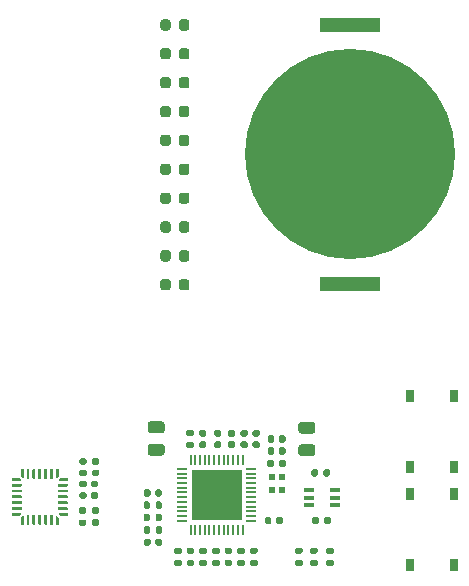
<source format=gts>
G04 #@! TF.GenerationSoftware,KiCad,Pcbnew,(5.1.8)-1*
G04 #@! TF.CreationDate,2020-12-31T16:53:10-05:00*
G04 #@! TF.ProjectId,trackpad_test,74726163-6b70-4616-945f-746573742e6b,rev?*
G04 #@! TF.SameCoordinates,Original*
G04 #@! TF.FileFunction,Soldermask,Top*
G04 #@! TF.FilePolarity,Negative*
%FSLAX46Y46*%
G04 Gerber Fmt 4.6, Leading zero omitted, Abs format (unit mm)*
G04 Created by KiCad (PCBNEW (5.1.8)-1) date 2020-12-31 16:53:10*
%MOMM*%
%LPD*%
G01*
G04 APERTURE LIST*
%ADD10R,0.950000X0.400000*%
%ADD11R,0.500000X0.600000*%
%ADD12R,5.080000X1.270000*%
%ADD13C,17.800000*%
%ADD14C,0.508000*%
%ADD15R,4.349999X4.349999*%
%ADD16R,0.850000X0.200000*%
%ADD17R,0.200000X0.850000*%
%ADD18R,0.700000X1.000000*%
%ADD19C,0.100000*%
G04 APERTURE END LIST*
D10*
X133299200Y-131119400D03*
X133299200Y-130469400D03*
X133299200Y-129819400D03*
X135499200Y-129819400D03*
X135499200Y-130469400D03*
X135499200Y-131119400D03*
G36*
G01*
X132620600Y-135243600D02*
X132250600Y-135243600D01*
G75*
G02*
X132115600Y-135108600I0J135000D01*
G01*
X132115600Y-134838600D01*
G75*
G02*
X132250600Y-134703600I135000J0D01*
G01*
X132620600Y-134703600D01*
G75*
G02*
X132755600Y-134838600I0J-135000D01*
G01*
X132755600Y-135108600D01*
G75*
G02*
X132620600Y-135243600I-135000J0D01*
G01*
G37*
G36*
G01*
X132620600Y-136263600D02*
X132250600Y-136263600D01*
G75*
G02*
X132115600Y-136128600I0J135000D01*
G01*
X132115600Y-135858600D01*
G75*
G02*
X132250600Y-135723600I135000J0D01*
G01*
X132620600Y-135723600D01*
G75*
G02*
X132755600Y-135858600I0J-135000D01*
G01*
X132755600Y-136128600D01*
G75*
G02*
X132620600Y-136263600I-135000J0D01*
G01*
G37*
D11*
X130181400Y-129861400D03*
X130181400Y-128761400D03*
X130981400Y-128761400D03*
X130981400Y-129861400D03*
D12*
X136753600Y-112381800D03*
X136753600Y-90411800D03*
D13*
X136753600Y-101396800D03*
D14*
X125476000Y-128975800D03*
X125476000Y-131475800D03*
X123726000Y-130225800D03*
X124601000Y-130225800D03*
X125476000Y-130225800D03*
X126351000Y-130225800D03*
X127226000Y-130225800D03*
D15*
X125476000Y-130225800D03*
D16*
X128426000Y-128025800D03*
X128426000Y-128425800D03*
X128426000Y-128825800D03*
X128426000Y-129225800D03*
X128426000Y-129625800D03*
X128426000Y-130025800D03*
X128426000Y-130425800D03*
X128426000Y-130825800D03*
X128426000Y-131225800D03*
X128426000Y-131625800D03*
X128426000Y-132025800D03*
X128426000Y-132425800D03*
D17*
X127676000Y-133175800D03*
X127276000Y-133175800D03*
X126876000Y-133175800D03*
X126476000Y-133175800D03*
X126076000Y-133175800D03*
X125676000Y-133175800D03*
X125276000Y-133175800D03*
X124876000Y-133175800D03*
X124476000Y-133175800D03*
X124076000Y-133175800D03*
X123676000Y-133175800D03*
X123276000Y-133175800D03*
D16*
X122526000Y-132425800D03*
X122526000Y-132025800D03*
X122526000Y-131625800D03*
X122526000Y-131225800D03*
X122526000Y-130825800D03*
X122526000Y-130425800D03*
X122526000Y-130025800D03*
X122526000Y-129625800D03*
X122526000Y-129225800D03*
X122526000Y-128825800D03*
X122526000Y-128425800D03*
X122526000Y-128025800D03*
D17*
X123276000Y-127275800D03*
X123676000Y-127275800D03*
X124076000Y-127275800D03*
X124476000Y-127275800D03*
X124876000Y-127275800D03*
X125276000Y-127275800D03*
X125676000Y-127275800D03*
X126076000Y-127275800D03*
X126476000Y-127275800D03*
X126876000Y-127275800D03*
X127276000Y-127275800D03*
X127676000Y-127275800D03*
G36*
G01*
X125227499Y-135725600D02*
X125597499Y-135725600D01*
G75*
G02*
X125732499Y-135860600I0J-135000D01*
G01*
X125732499Y-136130600D01*
G75*
G02*
X125597499Y-136265600I-135000J0D01*
G01*
X125227499Y-136265600D01*
G75*
G02*
X125092499Y-136130600I0J135000D01*
G01*
X125092499Y-135860600D01*
G75*
G02*
X125227499Y-135725600I135000J0D01*
G01*
G37*
G36*
G01*
X125227499Y-134705600D02*
X125597499Y-134705600D01*
G75*
G02*
X125732499Y-134840600I0J-135000D01*
G01*
X125732499Y-135110600D01*
G75*
G02*
X125597499Y-135245600I-135000J0D01*
G01*
X125227499Y-135245600D01*
G75*
G02*
X125092499Y-135110600I0J135000D01*
G01*
X125092499Y-134840600D01*
G75*
G02*
X125227499Y-134705600I135000J0D01*
G01*
G37*
G36*
G01*
X123085433Y-135725600D02*
X123455433Y-135725600D01*
G75*
G02*
X123590433Y-135860600I0J-135000D01*
G01*
X123590433Y-136130600D01*
G75*
G02*
X123455433Y-136265600I-135000J0D01*
G01*
X123085433Y-136265600D01*
G75*
G02*
X122950433Y-136130600I0J135000D01*
G01*
X122950433Y-135860600D01*
G75*
G02*
X123085433Y-135725600I135000J0D01*
G01*
G37*
G36*
G01*
X123085433Y-134705600D02*
X123455433Y-134705600D01*
G75*
G02*
X123590433Y-134840600I0J-135000D01*
G01*
X123590433Y-135110600D01*
G75*
G02*
X123455433Y-135245600I-135000J0D01*
G01*
X123085433Y-135245600D01*
G75*
G02*
X122950433Y-135110600I0J135000D01*
G01*
X122950433Y-134840600D01*
G75*
G02*
X123085433Y-134705600I135000J0D01*
G01*
G37*
G36*
G01*
X126298532Y-135725600D02*
X126668532Y-135725600D01*
G75*
G02*
X126803532Y-135860600I0J-135000D01*
G01*
X126803532Y-136130600D01*
G75*
G02*
X126668532Y-136265600I-135000J0D01*
G01*
X126298532Y-136265600D01*
G75*
G02*
X126163532Y-136130600I0J135000D01*
G01*
X126163532Y-135860600D01*
G75*
G02*
X126298532Y-135725600I135000J0D01*
G01*
G37*
G36*
G01*
X126298532Y-134705600D02*
X126668532Y-134705600D01*
G75*
G02*
X126803532Y-134840600I0J-135000D01*
G01*
X126803532Y-135110600D01*
G75*
G02*
X126668532Y-135245600I-135000J0D01*
G01*
X126298532Y-135245600D01*
G75*
G02*
X126163532Y-135110600I0J135000D01*
G01*
X126163532Y-134840600D01*
G75*
G02*
X126298532Y-134705600I135000J0D01*
G01*
G37*
G36*
G01*
X124156466Y-135725600D02*
X124526466Y-135725600D01*
G75*
G02*
X124661466Y-135860600I0J-135000D01*
G01*
X124661466Y-136130600D01*
G75*
G02*
X124526466Y-136265600I-135000J0D01*
G01*
X124156466Y-136265600D01*
G75*
G02*
X124021466Y-136130600I0J135000D01*
G01*
X124021466Y-135860600D01*
G75*
G02*
X124156466Y-135725600I135000J0D01*
G01*
G37*
G36*
G01*
X124156466Y-134705600D02*
X124526466Y-134705600D01*
G75*
G02*
X124661466Y-134840600I0J-135000D01*
G01*
X124661466Y-135110600D01*
G75*
G02*
X124526466Y-135245600I-135000J0D01*
G01*
X124156466Y-135245600D01*
G75*
G02*
X124021466Y-135110600I0J135000D01*
G01*
X124021466Y-134840600D01*
G75*
G02*
X124156466Y-134705600I135000J0D01*
G01*
G37*
G36*
G01*
X127369565Y-135725600D02*
X127739565Y-135725600D01*
G75*
G02*
X127874565Y-135860600I0J-135000D01*
G01*
X127874565Y-136130600D01*
G75*
G02*
X127739565Y-136265600I-135000J0D01*
G01*
X127369565Y-136265600D01*
G75*
G02*
X127234565Y-136130600I0J135000D01*
G01*
X127234565Y-135860600D01*
G75*
G02*
X127369565Y-135725600I135000J0D01*
G01*
G37*
G36*
G01*
X127369565Y-134705600D02*
X127739565Y-134705600D01*
G75*
G02*
X127874565Y-134840600I0J-135000D01*
G01*
X127874565Y-135110600D01*
G75*
G02*
X127739565Y-135245600I-135000J0D01*
G01*
X127369565Y-135245600D01*
G75*
G02*
X127234565Y-135110600I0J135000D01*
G01*
X127234565Y-134840600D01*
G75*
G02*
X127369565Y-134705600I135000J0D01*
G01*
G37*
G36*
G01*
X122014400Y-135725600D02*
X122384400Y-135725600D01*
G75*
G02*
X122519400Y-135860600I0J-135000D01*
G01*
X122519400Y-136130600D01*
G75*
G02*
X122384400Y-136265600I-135000J0D01*
G01*
X122014400Y-136265600D01*
G75*
G02*
X121879400Y-136130600I0J135000D01*
G01*
X121879400Y-135860600D01*
G75*
G02*
X122014400Y-135725600I135000J0D01*
G01*
G37*
G36*
G01*
X122014400Y-134705600D02*
X122384400Y-134705600D01*
G75*
G02*
X122519400Y-134840600I0J-135000D01*
G01*
X122519400Y-135110600D01*
G75*
G02*
X122384400Y-135245600I-135000J0D01*
G01*
X122014400Y-135245600D01*
G75*
G02*
X121879400Y-135110600I0J135000D01*
G01*
X121879400Y-134840600D01*
G75*
G02*
X122014400Y-134705600I135000J0D01*
G01*
G37*
G36*
G01*
X128440600Y-135725600D02*
X128810600Y-135725600D01*
G75*
G02*
X128945600Y-135860600I0J-135000D01*
G01*
X128945600Y-136130600D01*
G75*
G02*
X128810600Y-136265600I-135000J0D01*
G01*
X128440600Y-136265600D01*
G75*
G02*
X128305600Y-136130600I0J135000D01*
G01*
X128305600Y-135860600D01*
G75*
G02*
X128440600Y-135725600I135000J0D01*
G01*
G37*
G36*
G01*
X128440600Y-134705600D02*
X128810600Y-134705600D01*
G75*
G02*
X128945600Y-134840600I0J-135000D01*
G01*
X128945600Y-135110600D01*
G75*
G02*
X128810600Y-135245600I-135000J0D01*
G01*
X128440600Y-135245600D01*
G75*
G02*
X128305600Y-135110600I0J135000D01*
G01*
X128305600Y-134840600D01*
G75*
G02*
X128440600Y-134705600I135000J0D01*
G01*
G37*
G36*
G01*
X119833800Y-130924800D02*
X119833800Y-131294800D01*
G75*
G02*
X119698800Y-131429800I-135000J0D01*
G01*
X119428800Y-131429800D01*
G75*
G02*
X119293800Y-131294800I0J135000D01*
G01*
X119293800Y-130924800D01*
G75*
G02*
X119428800Y-130789800I135000J0D01*
G01*
X119698800Y-130789800D01*
G75*
G02*
X119833800Y-130924800I0J-135000D01*
G01*
G37*
G36*
G01*
X120853800Y-130924800D02*
X120853800Y-131294800D01*
G75*
G02*
X120718800Y-131429800I-135000J0D01*
G01*
X120448800Y-131429800D01*
G75*
G02*
X120313800Y-131294800I0J135000D01*
G01*
X120313800Y-130924800D01*
G75*
G02*
X120448800Y-130789800I135000J0D01*
G01*
X120718800Y-130789800D01*
G75*
G02*
X120853800Y-130924800I0J-135000D01*
G01*
G37*
G36*
G01*
X119833800Y-131971200D02*
X119833800Y-132341200D01*
G75*
G02*
X119698800Y-132476200I-135000J0D01*
G01*
X119428800Y-132476200D01*
G75*
G02*
X119293800Y-132341200I0J135000D01*
G01*
X119293800Y-131971200D01*
G75*
G02*
X119428800Y-131836200I135000J0D01*
G01*
X119698800Y-131836200D01*
G75*
G02*
X119833800Y-131971200I0J-135000D01*
G01*
G37*
G36*
G01*
X120853800Y-131971200D02*
X120853800Y-132341200D01*
G75*
G02*
X120718800Y-132476200I-135000J0D01*
G01*
X120448800Y-132476200D01*
G75*
G02*
X120313800Y-132341200I0J135000D01*
G01*
X120313800Y-131971200D01*
G75*
G02*
X120448800Y-131836200I135000J0D01*
G01*
X120718800Y-131836200D01*
G75*
G02*
X120853800Y-131971200I0J-135000D01*
G01*
G37*
G36*
G01*
X119833800Y-133017600D02*
X119833800Y-133387600D01*
G75*
G02*
X119698800Y-133522600I-135000J0D01*
G01*
X119428800Y-133522600D01*
G75*
G02*
X119293800Y-133387600I0J135000D01*
G01*
X119293800Y-133017600D01*
G75*
G02*
X119428800Y-132882600I135000J0D01*
G01*
X119698800Y-132882600D01*
G75*
G02*
X119833800Y-133017600I0J-135000D01*
G01*
G37*
G36*
G01*
X120853800Y-133017600D02*
X120853800Y-133387600D01*
G75*
G02*
X120718800Y-133522600I-135000J0D01*
G01*
X120448800Y-133522600D01*
G75*
G02*
X120313800Y-133387600I0J135000D01*
G01*
X120313800Y-133017600D01*
G75*
G02*
X120448800Y-132882600I135000J0D01*
G01*
X120718800Y-132882600D01*
G75*
G02*
X120853800Y-133017600I0J-135000D01*
G01*
G37*
D18*
X141840999Y-121835001D03*
X145540999Y-127835001D03*
X145540999Y-121835001D03*
X141840999Y-127835001D03*
G36*
G01*
X134917600Y-135725600D02*
X135287600Y-135725600D01*
G75*
G02*
X135422600Y-135860600I0J-135000D01*
G01*
X135422600Y-136130600D01*
G75*
G02*
X135287600Y-136265600I-135000J0D01*
G01*
X134917600Y-136265600D01*
G75*
G02*
X134782600Y-136130600I0J135000D01*
G01*
X134782600Y-135860600D01*
G75*
G02*
X134917600Y-135725600I135000J0D01*
G01*
G37*
G36*
G01*
X134917600Y-134705600D02*
X135287600Y-134705600D01*
G75*
G02*
X135422600Y-134840600I0J-135000D01*
G01*
X135422600Y-135110600D01*
G75*
G02*
X135287600Y-135245600I-135000J0D01*
G01*
X134917600Y-135245600D01*
G75*
G02*
X134782600Y-135110600I0J135000D01*
G01*
X134782600Y-134840600D01*
G75*
G02*
X134917600Y-134705600I135000J0D01*
G01*
G37*
G36*
G01*
X133520600Y-135725600D02*
X133890600Y-135725600D01*
G75*
G02*
X134025600Y-135860600I0J-135000D01*
G01*
X134025600Y-136130600D01*
G75*
G02*
X133890600Y-136265600I-135000J0D01*
G01*
X133520600Y-136265600D01*
G75*
G02*
X133385600Y-136130600I0J135000D01*
G01*
X133385600Y-135860600D01*
G75*
G02*
X133520600Y-135725600I135000J0D01*
G01*
G37*
G36*
G01*
X133520600Y-134705600D02*
X133890600Y-134705600D01*
G75*
G02*
X134025600Y-134840600I0J-135000D01*
G01*
X134025600Y-135110600D01*
G75*
G02*
X133890600Y-135245600I-135000J0D01*
G01*
X133520600Y-135245600D01*
G75*
G02*
X133385600Y-135110600I0J135000D01*
G01*
X133385600Y-134840600D01*
G75*
G02*
X133520600Y-134705600I135000J0D01*
G01*
G37*
G36*
G01*
X134126000Y-132199800D02*
X134126000Y-132569800D01*
G75*
G02*
X133991000Y-132704800I-135000J0D01*
G01*
X133721000Y-132704800D01*
G75*
G02*
X133586000Y-132569800I0J135000D01*
G01*
X133586000Y-132199800D01*
G75*
G02*
X133721000Y-132064800I135000J0D01*
G01*
X133991000Y-132064800D01*
G75*
G02*
X134126000Y-132199800I0J-135000D01*
G01*
G37*
G36*
G01*
X135146000Y-132199800D02*
X135146000Y-132569800D01*
G75*
G02*
X135011000Y-132704800I-135000J0D01*
G01*
X134741000Y-132704800D01*
G75*
G02*
X134606000Y-132569800I0J135000D01*
G01*
X134606000Y-132199800D01*
G75*
G02*
X134741000Y-132064800I135000J0D01*
G01*
X135011000Y-132064800D01*
G75*
G02*
X135146000Y-132199800I0J-135000D01*
G01*
G37*
G36*
G01*
X134049800Y-128186601D02*
X134049800Y-128556601D01*
G75*
G02*
X133914800Y-128691601I-135000J0D01*
G01*
X133644800Y-128691601D01*
G75*
G02*
X133509800Y-128556601I0J135000D01*
G01*
X133509800Y-128186601D01*
G75*
G02*
X133644800Y-128051601I135000J0D01*
G01*
X133914800Y-128051601D01*
G75*
G02*
X134049800Y-128186601I0J-135000D01*
G01*
G37*
G36*
G01*
X135069800Y-128186601D02*
X135069800Y-128556601D01*
G75*
G02*
X134934800Y-128691601I-135000J0D01*
G01*
X134664800Y-128691601D01*
G75*
G02*
X134529800Y-128556601I0J135000D01*
G01*
X134529800Y-128186601D01*
G75*
G02*
X134664800Y-128051601I135000J0D01*
G01*
X134934800Y-128051601D01*
G75*
G02*
X135069800Y-128186601I0J-135000D01*
G01*
G37*
G36*
G01*
X133596400Y-125051400D02*
X132646400Y-125051400D01*
G75*
G02*
X132396400Y-124801400I0J250000D01*
G01*
X132396400Y-124301400D01*
G75*
G02*
X132646400Y-124051400I250000J0D01*
G01*
X133596400Y-124051400D01*
G75*
G02*
X133846400Y-124301400I0J-250000D01*
G01*
X133846400Y-124801400D01*
G75*
G02*
X133596400Y-125051400I-250000J0D01*
G01*
G37*
G36*
G01*
X133596400Y-126951400D02*
X132646400Y-126951400D01*
G75*
G02*
X132396400Y-126701400I0J250000D01*
G01*
X132396400Y-126201400D01*
G75*
G02*
X132646400Y-125951400I250000J0D01*
G01*
X133596400Y-125951400D01*
G75*
G02*
X133846400Y-126201400I0J-250000D01*
G01*
X133846400Y-126701400D01*
G75*
G02*
X133596400Y-126951400I-250000J0D01*
G01*
G37*
G36*
G01*
X119895600Y-125915800D02*
X120845600Y-125915800D01*
G75*
G02*
X121095600Y-126165800I0J-250000D01*
G01*
X121095600Y-126665800D01*
G75*
G02*
X120845600Y-126915800I-250000J0D01*
G01*
X119895600Y-126915800D01*
G75*
G02*
X119645600Y-126665800I0J250000D01*
G01*
X119645600Y-126165800D01*
G75*
G02*
X119895600Y-125915800I250000J0D01*
G01*
G37*
G36*
G01*
X119895600Y-124015800D02*
X120845600Y-124015800D01*
G75*
G02*
X121095600Y-124265800I0J-250000D01*
G01*
X121095600Y-124765800D01*
G75*
G02*
X120845600Y-125015800I-250000J0D01*
G01*
X119895600Y-125015800D01*
G75*
G02*
X119645600Y-124765800I0J250000D01*
G01*
X119645600Y-124265800D01*
G75*
G02*
X119895600Y-124015800I250000J0D01*
G01*
G37*
X141884400Y-130144000D03*
X145584400Y-136144000D03*
X145584400Y-130144000D03*
X141884400Y-136144000D03*
G36*
G01*
X130796000Y-127769200D02*
X130796000Y-127399200D01*
G75*
G02*
X130931000Y-127264200I135000J0D01*
G01*
X131201000Y-127264200D01*
G75*
G02*
X131336000Y-127399200I0J-135000D01*
G01*
X131336000Y-127769200D01*
G75*
G02*
X131201000Y-127904200I-135000J0D01*
G01*
X130931000Y-127904200D01*
G75*
G02*
X130796000Y-127769200I0J135000D01*
G01*
G37*
G36*
G01*
X129776000Y-127769200D02*
X129776000Y-127399200D01*
G75*
G02*
X129911000Y-127264200I135000J0D01*
G01*
X130181000Y-127264200D01*
G75*
G02*
X130316000Y-127399200I0J-135000D01*
G01*
X130316000Y-127769200D01*
G75*
G02*
X130181000Y-127904200I-135000J0D01*
G01*
X129911000Y-127904200D01*
G75*
G02*
X129776000Y-127769200I0J135000D01*
G01*
G37*
G36*
G01*
X123055800Y-125739400D02*
X123425800Y-125739400D01*
G75*
G02*
X123560800Y-125874400I0J-135000D01*
G01*
X123560800Y-126144400D01*
G75*
G02*
X123425800Y-126279400I-135000J0D01*
G01*
X123055800Y-126279400D01*
G75*
G02*
X122920800Y-126144400I0J135000D01*
G01*
X122920800Y-125874400D01*
G75*
G02*
X123055800Y-125739400I135000J0D01*
G01*
G37*
G36*
G01*
X123055800Y-124719400D02*
X123425800Y-124719400D01*
G75*
G02*
X123560800Y-124854400I0J-135000D01*
G01*
X123560800Y-125124400D01*
G75*
G02*
X123425800Y-125259400I-135000J0D01*
G01*
X123055800Y-125259400D01*
G75*
G02*
X122920800Y-125124400I0J135000D01*
G01*
X122920800Y-124854400D01*
G75*
G02*
X123055800Y-124719400I135000J0D01*
G01*
G37*
G36*
G01*
X119893800Y-134069000D02*
X119893800Y-134409000D01*
G75*
G02*
X119753800Y-134549000I-140000J0D01*
G01*
X119473800Y-134549000D01*
G75*
G02*
X119333800Y-134409000I0J140000D01*
G01*
X119333800Y-134069000D01*
G75*
G02*
X119473800Y-133929000I140000J0D01*
G01*
X119753800Y-133929000D01*
G75*
G02*
X119893800Y-134069000I0J-140000D01*
G01*
G37*
G36*
G01*
X120853800Y-134069000D02*
X120853800Y-134409000D01*
G75*
G02*
X120713800Y-134549000I-140000J0D01*
G01*
X120433800Y-134549000D01*
G75*
G02*
X120293800Y-134409000I0J140000D01*
G01*
X120293800Y-134069000D01*
G75*
G02*
X120433800Y-133929000I140000J0D01*
G01*
X120713800Y-133929000D01*
G75*
G02*
X120853800Y-134069000I0J-140000D01*
G01*
G37*
G36*
G01*
X130530000Y-132580200D02*
X130530000Y-132240200D01*
G75*
G02*
X130670000Y-132100200I140000J0D01*
G01*
X130950000Y-132100200D01*
G75*
G02*
X131090000Y-132240200I0J-140000D01*
G01*
X131090000Y-132580200D01*
G75*
G02*
X130950000Y-132720200I-140000J0D01*
G01*
X130670000Y-132720200D01*
G75*
G02*
X130530000Y-132580200I0J140000D01*
G01*
G37*
G36*
G01*
X129570000Y-132580200D02*
X129570000Y-132240200D01*
G75*
G02*
X129710000Y-132100200I140000J0D01*
G01*
X129990000Y-132100200D01*
G75*
G02*
X130130000Y-132240200I0J-140000D01*
G01*
X130130000Y-132580200D01*
G75*
G02*
X129990000Y-132720200I-140000J0D01*
G01*
X129710000Y-132720200D01*
G75*
G02*
X129570000Y-132580200I0J140000D01*
G01*
G37*
G36*
G01*
X119893800Y-129903400D02*
X119893800Y-130243400D01*
G75*
G02*
X119753800Y-130383400I-140000J0D01*
G01*
X119473800Y-130383400D01*
G75*
G02*
X119333800Y-130243400I0J140000D01*
G01*
X119333800Y-129903400D01*
G75*
G02*
X119473800Y-129763400I140000J0D01*
G01*
X119753800Y-129763400D01*
G75*
G02*
X119893800Y-129903400I0J-140000D01*
G01*
G37*
G36*
G01*
X120853800Y-129903400D02*
X120853800Y-130243400D01*
G75*
G02*
X120713800Y-130383400I-140000J0D01*
G01*
X120433800Y-130383400D01*
G75*
G02*
X120293800Y-130243400I0J140000D01*
G01*
X120293800Y-129903400D01*
G75*
G02*
X120433800Y-129763400I140000J0D01*
G01*
X120713800Y-129763400D01*
G75*
G02*
X120853800Y-129903400I0J-140000D01*
G01*
G37*
G36*
G01*
X130756000Y-126687400D02*
X130756000Y-126347400D01*
G75*
G02*
X130896000Y-126207400I140000J0D01*
G01*
X131176000Y-126207400D01*
G75*
G02*
X131316000Y-126347400I0J-140000D01*
G01*
X131316000Y-126687400D01*
G75*
G02*
X131176000Y-126827400I-140000J0D01*
G01*
X130896000Y-126827400D01*
G75*
G02*
X130756000Y-126687400I0J140000D01*
G01*
G37*
G36*
G01*
X129796000Y-126687400D02*
X129796000Y-126347400D01*
G75*
G02*
X129936000Y-126207400I140000J0D01*
G01*
X130216000Y-126207400D01*
G75*
G02*
X130356000Y-126347400I0J-140000D01*
G01*
X130356000Y-126687400D01*
G75*
G02*
X130216000Y-126827400I-140000J0D01*
G01*
X129936000Y-126827400D01*
G75*
G02*
X129796000Y-126687400I0J140000D01*
G01*
G37*
G36*
G01*
X130756000Y-125671400D02*
X130756000Y-125331400D01*
G75*
G02*
X130896000Y-125191400I140000J0D01*
G01*
X131176000Y-125191400D01*
G75*
G02*
X131316000Y-125331400I0J-140000D01*
G01*
X131316000Y-125671400D01*
G75*
G02*
X131176000Y-125811400I-140000J0D01*
G01*
X130896000Y-125811400D01*
G75*
G02*
X130756000Y-125671400I0J140000D01*
G01*
G37*
G36*
G01*
X129796000Y-125671400D02*
X129796000Y-125331400D01*
G75*
G02*
X129936000Y-125191400I140000J0D01*
G01*
X130216000Y-125191400D01*
G75*
G02*
X130356000Y-125331400I0J-140000D01*
G01*
X130356000Y-125671400D01*
G75*
G02*
X130216000Y-125811400I-140000J0D01*
G01*
X129936000Y-125811400D01*
G75*
G02*
X129796000Y-125671400I0J140000D01*
G01*
G37*
G36*
G01*
X124137600Y-125701400D02*
X124477600Y-125701400D01*
G75*
G02*
X124617600Y-125841400I0J-140000D01*
G01*
X124617600Y-126121400D01*
G75*
G02*
X124477600Y-126261400I-140000J0D01*
G01*
X124137600Y-126261400D01*
G75*
G02*
X123997600Y-126121400I0J140000D01*
G01*
X123997600Y-125841400D01*
G75*
G02*
X124137600Y-125701400I140000J0D01*
G01*
G37*
G36*
G01*
X124137600Y-124741400D02*
X124477600Y-124741400D01*
G75*
G02*
X124617600Y-124881400I0J-140000D01*
G01*
X124617600Y-125161400D01*
G75*
G02*
X124477600Y-125301400I-140000J0D01*
G01*
X124137600Y-125301400D01*
G75*
G02*
X123997600Y-125161400I0J140000D01*
G01*
X123997600Y-124881400D01*
G75*
G02*
X124137600Y-124741400I140000J0D01*
G01*
G37*
G36*
G01*
X125407600Y-125701400D02*
X125747600Y-125701400D01*
G75*
G02*
X125887600Y-125841400I0J-140000D01*
G01*
X125887600Y-126121400D01*
G75*
G02*
X125747600Y-126261400I-140000J0D01*
G01*
X125407600Y-126261400D01*
G75*
G02*
X125267600Y-126121400I0J140000D01*
G01*
X125267600Y-125841400D01*
G75*
G02*
X125407600Y-125701400I140000J0D01*
G01*
G37*
G36*
G01*
X125407600Y-124741400D02*
X125747600Y-124741400D01*
G75*
G02*
X125887600Y-124881400I0J-140000D01*
G01*
X125887600Y-125161400D01*
G75*
G02*
X125747600Y-125301400I-140000J0D01*
G01*
X125407600Y-125301400D01*
G75*
G02*
X125267600Y-125161400I0J140000D01*
G01*
X125267600Y-124881400D01*
G75*
G02*
X125407600Y-124741400I140000J0D01*
G01*
G37*
G36*
G01*
X127982800Y-125301400D02*
X127642800Y-125301400D01*
G75*
G02*
X127502800Y-125161400I0J140000D01*
G01*
X127502800Y-124881400D01*
G75*
G02*
X127642800Y-124741400I140000J0D01*
G01*
X127982800Y-124741400D01*
G75*
G02*
X128122800Y-124881400I0J-140000D01*
G01*
X128122800Y-125161400D01*
G75*
G02*
X127982800Y-125301400I-140000J0D01*
G01*
G37*
G36*
G01*
X127982800Y-126261400D02*
X127642800Y-126261400D01*
G75*
G02*
X127502800Y-126121400I0J140000D01*
G01*
X127502800Y-125841400D01*
G75*
G02*
X127642800Y-125701400I140000J0D01*
G01*
X127982800Y-125701400D01*
G75*
G02*
X128122800Y-125841400I0J-140000D01*
G01*
X128122800Y-126121400D01*
G75*
G02*
X127982800Y-126261400I-140000J0D01*
G01*
G37*
G36*
G01*
X126916000Y-125301400D02*
X126576000Y-125301400D01*
G75*
G02*
X126436000Y-125161400I0J140000D01*
G01*
X126436000Y-124881400D01*
G75*
G02*
X126576000Y-124741400I140000J0D01*
G01*
X126916000Y-124741400D01*
G75*
G02*
X127056000Y-124881400I0J-140000D01*
G01*
X127056000Y-125161400D01*
G75*
G02*
X126916000Y-125301400I-140000J0D01*
G01*
G37*
G36*
G01*
X126916000Y-126261400D02*
X126576000Y-126261400D01*
G75*
G02*
X126436000Y-126121400I0J140000D01*
G01*
X126436000Y-125841400D01*
G75*
G02*
X126576000Y-125701400I140000J0D01*
G01*
X126916000Y-125701400D01*
G75*
G02*
X127056000Y-125841400I0J-140000D01*
G01*
X127056000Y-126121400D01*
G75*
G02*
X126916000Y-126261400I-140000J0D01*
G01*
G37*
G36*
G01*
X128998800Y-125301400D02*
X128658800Y-125301400D01*
G75*
G02*
X128518800Y-125161400I0J140000D01*
G01*
X128518800Y-124881400D01*
G75*
G02*
X128658800Y-124741400I140000J0D01*
G01*
X128998800Y-124741400D01*
G75*
G02*
X129138800Y-124881400I0J-140000D01*
G01*
X129138800Y-125161400D01*
G75*
G02*
X128998800Y-125301400I-140000J0D01*
G01*
G37*
G36*
G01*
X128998800Y-126261400D02*
X128658800Y-126261400D01*
G75*
G02*
X128518800Y-126121400I0J140000D01*
G01*
X128518800Y-125841400D01*
G75*
G02*
X128658800Y-125701400I140000J0D01*
G01*
X128998800Y-125701400D01*
G75*
G02*
X129138800Y-125841400I0J-140000D01*
G01*
X129138800Y-126121400D01*
G75*
G02*
X128998800Y-126261400I-140000J0D01*
G01*
G37*
G36*
G01*
X115054800Y-132318000D02*
X115424800Y-132318000D01*
G75*
G02*
X115559800Y-132453000I0J-135000D01*
G01*
X115559800Y-132723000D01*
G75*
G02*
X115424800Y-132858000I-135000J0D01*
G01*
X115054800Y-132858000D01*
G75*
G02*
X114919800Y-132723000I0J135000D01*
G01*
X114919800Y-132453000D01*
G75*
G02*
X115054800Y-132318000I135000J0D01*
G01*
G37*
G36*
G01*
X115054800Y-131298000D02*
X115424800Y-131298000D01*
G75*
G02*
X115559800Y-131433000I0J-135000D01*
G01*
X115559800Y-131703000D01*
G75*
G02*
X115424800Y-131838000I-135000J0D01*
G01*
X115054800Y-131838000D01*
G75*
G02*
X114919800Y-131703000I0J135000D01*
G01*
X114919800Y-131433000D01*
G75*
G02*
X115054800Y-131298000I135000J0D01*
G01*
G37*
G36*
G01*
X113937200Y-132320000D02*
X114307200Y-132320000D01*
G75*
G02*
X114442200Y-132455000I0J-135000D01*
G01*
X114442200Y-132725000D01*
G75*
G02*
X114307200Y-132860000I-135000J0D01*
G01*
X113937200Y-132860000D01*
G75*
G02*
X113802200Y-132725000I0J135000D01*
G01*
X113802200Y-132455000D01*
G75*
G02*
X113937200Y-132320000I135000J0D01*
G01*
G37*
G36*
G01*
X113937200Y-131300000D02*
X114307200Y-131300000D01*
G75*
G02*
X114442200Y-131435000I0J-135000D01*
G01*
X114442200Y-131705000D01*
G75*
G02*
X114307200Y-131840000I-135000J0D01*
G01*
X113937200Y-131840000D01*
G75*
G02*
X113802200Y-131705000I0J135000D01*
G01*
X113802200Y-131435000D01*
G75*
G02*
X113937200Y-131300000I135000J0D01*
G01*
G37*
G36*
G01*
X121595501Y-90193150D02*
X121595501Y-90705650D01*
G75*
G02*
X121376751Y-90924400I-218750J0D01*
G01*
X120939251Y-90924400D01*
G75*
G02*
X120720501Y-90705650I0J218750D01*
G01*
X120720501Y-90193150D01*
G75*
G02*
X120939251Y-89974400I218750J0D01*
G01*
X121376751Y-89974400D01*
G75*
G02*
X121595501Y-90193150I0J-218750D01*
G01*
G37*
G36*
G01*
X123170501Y-90193150D02*
X123170501Y-90705650D01*
G75*
G02*
X122951751Y-90924400I-218750J0D01*
G01*
X122514251Y-90924400D01*
G75*
G02*
X122295501Y-90705650I0J218750D01*
G01*
X122295501Y-90193150D01*
G75*
G02*
X122514251Y-89974400I218750J0D01*
G01*
X122951751Y-89974400D01*
G75*
G02*
X123170501Y-90193150I0J-218750D01*
G01*
G37*
G36*
G01*
X121595501Y-112189550D02*
X121595501Y-112702050D01*
G75*
G02*
X121376751Y-112920800I-218750J0D01*
G01*
X120939251Y-112920800D01*
G75*
G02*
X120720501Y-112702050I0J218750D01*
G01*
X120720501Y-112189550D01*
G75*
G02*
X120939251Y-111970800I218750J0D01*
G01*
X121376751Y-111970800D01*
G75*
G02*
X121595501Y-112189550I0J-218750D01*
G01*
G37*
G36*
G01*
X123170501Y-112189550D02*
X123170501Y-112702050D01*
G75*
G02*
X122951751Y-112920800I-218750J0D01*
G01*
X122514251Y-112920800D01*
G75*
G02*
X122295501Y-112702050I0J218750D01*
G01*
X122295501Y-112189550D01*
G75*
G02*
X122514251Y-111970800I218750J0D01*
G01*
X122951751Y-111970800D01*
G75*
G02*
X123170501Y-112189550I0J-218750D01*
G01*
G37*
G36*
G01*
X121595501Y-109745502D02*
X121595501Y-110258002D01*
G75*
G02*
X121376751Y-110476752I-218750J0D01*
G01*
X120939251Y-110476752D01*
G75*
G02*
X120720501Y-110258002I0J218750D01*
G01*
X120720501Y-109745502D01*
G75*
G02*
X120939251Y-109526752I218750J0D01*
G01*
X121376751Y-109526752D01*
G75*
G02*
X121595501Y-109745502I0J-218750D01*
G01*
G37*
G36*
G01*
X123170501Y-109745502D02*
X123170501Y-110258002D01*
G75*
G02*
X122951751Y-110476752I-218750J0D01*
G01*
X122514251Y-110476752D01*
G75*
G02*
X122295501Y-110258002I0J218750D01*
G01*
X122295501Y-109745502D01*
G75*
G02*
X122514251Y-109526752I218750J0D01*
G01*
X122951751Y-109526752D01*
G75*
G02*
X123170501Y-109745502I0J-218750D01*
G01*
G37*
G36*
G01*
X121595501Y-107301458D02*
X121595501Y-107813958D01*
G75*
G02*
X121376751Y-108032708I-218750J0D01*
G01*
X120939251Y-108032708D01*
G75*
G02*
X120720501Y-107813958I0J218750D01*
G01*
X120720501Y-107301458D01*
G75*
G02*
X120939251Y-107082708I218750J0D01*
G01*
X121376751Y-107082708D01*
G75*
G02*
X121595501Y-107301458I0J-218750D01*
G01*
G37*
G36*
G01*
X123170501Y-107301458D02*
X123170501Y-107813958D01*
G75*
G02*
X122951751Y-108032708I-218750J0D01*
G01*
X122514251Y-108032708D01*
G75*
G02*
X122295501Y-107813958I0J218750D01*
G01*
X122295501Y-107301458D01*
G75*
G02*
X122514251Y-107082708I218750J0D01*
G01*
X122951751Y-107082708D01*
G75*
G02*
X123170501Y-107301458I0J-218750D01*
G01*
G37*
G36*
G01*
X121595501Y-104857414D02*
X121595501Y-105369914D01*
G75*
G02*
X121376751Y-105588664I-218750J0D01*
G01*
X120939251Y-105588664D01*
G75*
G02*
X120720501Y-105369914I0J218750D01*
G01*
X120720501Y-104857414D01*
G75*
G02*
X120939251Y-104638664I218750J0D01*
G01*
X121376751Y-104638664D01*
G75*
G02*
X121595501Y-104857414I0J-218750D01*
G01*
G37*
G36*
G01*
X123170501Y-104857414D02*
X123170501Y-105369914D01*
G75*
G02*
X122951751Y-105588664I-218750J0D01*
G01*
X122514251Y-105588664D01*
G75*
G02*
X122295501Y-105369914I0J218750D01*
G01*
X122295501Y-104857414D01*
G75*
G02*
X122514251Y-104638664I218750J0D01*
G01*
X122951751Y-104638664D01*
G75*
G02*
X123170501Y-104857414I0J-218750D01*
G01*
G37*
G36*
G01*
X121595501Y-102413370D02*
X121595501Y-102925870D01*
G75*
G02*
X121376751Y-103144620I-218750J0D01*
G01*
X120939251Y-103144620D01*
G75*
G02*
X120720501Y-102925870I0J218750D01*
G01*
X120720501Y-102413370D01*
G75*
G02*
X120939251Y-102194620I218750J0D01*
G01*
X121376751Y-102194620D01*
G75*
G02*
X121595501Y-102413370I0J-218750D01*
G01*
G37*
G36*
G01*
X123170501Y-102413370D02*
X123170501Y-102925870D01*
G75*
G02*
X122951751Y-103144620I-218750J0D01*
G01*
X122514251Y-103144620D01*
G75*
G02*
X122295501Y-102925870I0J218750D01*
G01*
X122295501Y-102413370D01*
G75*
G02*
X122514251Y-102194620I218750J0D01*
G01*
X122951751Y-102194620D01*
G75*
G02*
X123170501Y-102413370I0J-218750D01*
G01*
G37*
G36*
G01*
X121595501Y-99969326D02*
X121595501Y-100481826D01*
G75*
G02*
X121376751Y-100700576I-218750J0D01*
G01*
X120939251Y-100700576D01*
G75*
G02*
X120720501Y-100481826I0J218750D01*
G01*
X120720501Y-99969326D01*
G75*
G02*
X120939251Y-99750576I218750J0D01*
G01*
X121376751Y-99750576D01*
G75*
G02*
X121595501Y-99969326I0J-218750D01*
G01*
G37*
G36*
G01*
X123170501Y-99969326D02*
X123170501Y-100481826D01*
G75*
G02*
X122951751Y-100700576I-218750J0D01*
G01*
X122514251Y-100700576D01*
G75*
G02*
X122295501Y-100481826I0J218750D01*
G01*
X122295501Y-99969326D01*
G75*
G02*
X122514251Y-99750576I218750J0D01*
G01*
X122951751Y-99750576D01*
G75*
G02*
X123170501Y-99969326I0J-218750D01*
G01*
G37*
G36*
G01*
X121595501Y-97525282D02*
X121595501Y-98037782D01*
G75*
G02*
X121376751Y-98256532I-218750J0D01*
G01*
X120939251Y-98256532D01*
G75*
G02*
X120720501Y-98037782I0J218750D01*
G01*
X120720501Y-97525282D01*
G75*
G02*
X120939251Y-97306532I218750J0D01*
G01*
X121376751Y-97306532D01*
G75*
G02*
X121595501Y-97525282I0J-218750D01*
G01*
G37*
G36*
G01*
X123170501Y-97525282D02*
X123170501Y-98037782D01*
G75*
G02*
X122951751Y-98256532I-218750J0D01*
G01*
X122514251Y-98256532D01*
G75*
G02*
X122295501Y-98037782I0J218750D01*
G01*
X122295501Y-97525282D01*
G75*
G02*
X122514251Y-97306532I218750J0D01*
G01*
X122951751Y-97306532D01*
G75*
G02*
X123170501Y-97525282I0J-218750D01*
G01*
G37*
G36*
G01*
X121595501Y-95081238D02*
X121595501Y-95593738D01*
G75*
G02*
X121376751Y-95812488I-218750J0D01*
G01*
X120939251Y-95812488D01*
G75*
G02*
X120720501Y-95593738I0J218750D01*
G01*
X120720501Y-95081238D01*
G75*
G02*
X120939251Y-94862488I218750J0D01*
G01*
X121376751Y-94862488D01*
G75*
G02*
X121595501Y-95081238I0J-218750D01*
G01*
G37*
G36*
G01*
X123170501Y-95081238D02*
X123170501Y-95593738D01*
G75*
G02*
X122951751Y-95812488I-218750J0D01*
G01*
X122514251Y-95812488D01*
G75*
G02*
X122295501Y-95593738I0J218750D01*
G01*
X122295501Y-95081238D01*
G75*
G02*
X122514251Y-94862488I218750J0D01*
G01*
X122951751Y-94862488D01*
G75*
G02*
X123170501Y-95081238I0J-218750D01*
G01*
G37*
G36*
G01*
X121595501Y-92637194D02*
X121595501Y-93149694D01*
G75*
G02*
X121376751Y-93368444I-218750J0D01*
G01*
X120939251Y-93368444D01*
G75*
G02*
X120720501Y-93149694I0J218750D01*
G01*
X120720501Y-92637194D01*
G75*
G02*
X120939251Y-92418444I218750J0D01*
G01*
X121376751Y-92418444D01*
G75*
G02*
X121595501Y-92637194I0J-218750D01*
G01*
G37*
G36*
G01*
X123170501Y-92637194D02*
X123170501Y-93149694D01*
G75*
G02*
X122951751Y-93368444I-218750J0D01*
G01*
X122514251Y-93368444D01*
G75*
G02*
X122295501Y-93149694I0J218750D01*
G01*
X122295501Y-92637194D01*
G75*
G02*
X122514251Y-92418444I218750J0D01*
G01*
X122951751Y-92418444D01*
G75*
G02*
X123170501Y-92637194I0J-218750D01*
G01*
G37*
G36*
G01*
X114343000Y-127691600D02*
X114003000Y-127691600D01*
G75*
G02*
X113863000Y-127551600I0J140000D01*
G01*
X113863000Y-127271600D01*
G75*
G02*
X114003000Y-127131600I140000J0D01*
G01*
X114343000Y-127131600D01*
G75*
G02*
X114483000Y-127271600I0J-140000D01*
G01*
X114483000Y-127551600D01*
G75*
G02*
X114343000Y-127691600I-140000J0D01*
G01*
G37*
G36*
G01*
X114343000Y-128651600D02*
X114003000Y-128651600D01*
G75*
G02*
X113863000Y-128511600I0J140000D01*
G01*
X113863000Y-128231600D01*
G75*
G02*
X114003000Y-128091600I140000J0D01*
G01*
X114343000Y-128091600D01*
G75*
G02*
X114483000Y-128231600I0J-140000D01*
G01*
X114483000Y-128511600D01*
G75*
G02*
X114343000Y-128651600I-140000J0D01*
G01*
G37*
G36*
G01*
X115069800Y-128091600D02*
X115409800Y-128091600D01*
G75*
G02*
X115549800Y-128231600I0J-140000D01*
G01*
X115549800Y-128511600D01*
G75*
G02*
X115409800Y-128651600I-140000J0D01*
G01*
X115069800Y-128651600D01*
G75*
G02*
X114929800Y-128511600I0J140000D01*
G01*
X114929800Y-128231600D01*
G75*
G02*
X115069800Y-128091600I140000J0D01*
G01*
G37*
G36*
G01*
X115069800Y-127131600D02*
X115409800Y-127131600D01*
G75*
G02*
X115549800Y-127271600I0J-140000D01*
G01*
X115549800Y-127551600D01*
G75*
G02*
X115409800Y-127691600I-140000J0D01*
G01*
X115069800Y-127691600D01*
G75*
G02*
X114929800Y-127551600I0J140000D01*
G01*
X114929800Y-127271600D01*
G75*
G02*
X115069800Y-127131600I140000J0D01*
G01*
G37*
G36*
G01*
X115308200Y-129594000D02*
X114968200Y-129594000D01*
G75*
G02*
X114828200Y-129454000I0J140000D01*
G01*
X114828200Y-129174000D01*
G75*
G02*
X114968200Y-129034000I140000J0D01*
G01*
X115308200Y-129034000D01*
G75*
G02*
X115448200Y-129174000I0J-140000D01*
G01*
X115448200Y-129454000D01*
G75*
G02*
X115308200Y-129594000I-140000J0D01*
G01*
G37*
G36*
G01*
X115308200Y-130554000D02*
X114968200Y-130554000D01*
G75*
G02*
X114828200Y-130414000I0J140000D01*
G01*
X114828200Y-130134000D01*
G75*
G02*
X114968200Y-129994000I140000J0D01*
G01*
X115308200Y-129994000D01*
G75*
G02*
X115448200Y-130134000I0J-140000D01*
G01*
X115448200Y-130414000D01*
G75*
G02*
X115308200Y-130554000I-140000J0D01*
G01*
G37*
G36*
G01*
X114343000Y-129594000D02*
X114003000Y-129594000D01*
G75*
G02*
X113863000Y-129454000I0J140000D01*
G01*
X113863000Y-129174000D01*
G75*
G02*
X114003000Y-129034000I140000J0D01*
G01*
X114343000Y-129034000D01*
G75*
G02*
X114483000Y-129174000I0J-140000D01*
G01*
X114483000Y-129454000D01*
G75*
G02*
X114343000Y-129594000I-140000J0D01*
G01*
G37*
G36*
G01*
X114343000Y-130554000D02*
X114003000Y-130554000D01*
G75*
G02*
X113863000Y-130414000I0J140000D01*
G01*
X113863000Y-130134000D01*
G75*
G02*
X114003000Y-129994000I140000J0D01*
G01*
X114343000Y-129994000D01*
G75*
G02*
X114483000Y-130134000I0J-140000D01*
G01*
X114483000Y-130414000D01*
G75*
G02*
X114343000Y-130554000I-140000J0D01*
G01*
G37*
D19*
G36*
X111926621Y-132777735D02*
G01*
X111918179Y-132775175D01*
X111910399Y-132771016D01*
X111903580Y-132765420D01*
X111897984Y-132758601D01*
X111893825Y-132750821D01*
X111891265Y-132742379D01*
X111890400Y-132733600D01*
X111890400Y-132068600D01*
X111891265Y-132059821D01*
X111893825Y-132051379D01*
X111897984Y-132043599D01*
X111903580Y-132036780D01*
X111910399Y-132031184D01*
X111918179Y-132027025D01*
X111926621Y-132024465D01*
X111935400Y-132023600D01*
X111961760Y-132023600D01*
X111970539Y-132024465D01*
X111978981Y-132027025D01*
X111986761Y-132031184D01*
X111993580Y-132036780D01*
X112127220Y-132170420D01*
X112132816Y-132177239D01*
X112136975Y-132185019D01*
X112139535Y-132193461D01*
X112140400Y-132202240D01*
X112140400Y-132733600D01*
X112139535Y-132742379D01*
X112136975Y-132750821D01*
X112132816Y-132758601D01*
X112127220Y-132765420D01*
X112120401Y-132771016D01*
X112112621Y-132775175D01*
X112104179Y-132777735D01*
X112095400Y-132778600D01*
X111935400Y-132778600D01*
X111926621Y-132777735D01*
G37*
G36*
G01*
X111640400Y-131966100D02*
X111640400Y-132716100D01*
G75*
G02*
X111577900Y-132778600I-62500J0D01*
G01*
X111452900Y-132778600D01*
G75*
G02*
X111390400Y-132716100I0J62500D01*
G01*
X111390400Y-131966100D01*
G75*
G02*
X111452900Y-131903600I62500J0D01*
G01*
X111577900Y-131903600D01*
G75*
G02*
X111640400Y-131966100I0J-62500D01*
G01*
G37*
G36*
G01*
X111140400Y-131966100D02*
X111140400Y-132716100D01*
G75*
G02*
X111077900Y-132778600I-62500J0D01*
G01*
X110952900Y-132778600D01*
G75*
G02*
X110890400Y-132716100I0J62500D01*
G01*
X110890400Y-131966100D01*
G75*
G02*
X110952900Y-131903600I62500J0D01*
G01*
X111077900Y-131903600D01*
G75*
G02*
X111140400Y-131966100I0J-62500D01*
G01*
G37*
G36*
G01*
X110640400Y-131966100D02*
X110640400Y-132716100D01*
G75*
G02*
X110577900Y-132778600I-62500J0D01*
G01*
X110452900Y-132778600D01*
G75*
G02*
X110390400Y-132716100I0J62500D01*
G01*
X110390400Y-131966100D01*
G75*
G02*
X110452900Y-131903600I62500J0D01*
G01*
X110577900Y-131903600D01*
G75*
G02*
X110640400Y-131966100I0J-62500D01*
G01*
G37*
G36*
G01*
X110140400Y-131966100D02*
X110140400Y-132716100D01*
G75*
G02*
X110077900Y-132778600I-62500J0D01*
G01*
X109952900Y-132778600D01*
G75*
G02*
X109890400Y-132716100I0J62500D01*
G01*
X109890400Y-131966100D01*
G75*
G02*
X109952900Y-131903600I62500J0D01*
G01*
X110077900Y-131903600D01*
G75*
G02*
X110140400Y-131966100I0J-62500D01*
G01*
G37*
G36*
G01*
X109640400Y-131966100D02*
X109640400Y-132716100D01*
G75*
G02*
X109577900Y-132778600I-62500J0D01*
G01*
X109452900Y-132778600D01*
G75*
G02*
X109390400Y-132716100I0J62500D01*
G01*
X109390400Y-131966100D01*
G75*
G02*
X109452900Y-131903600I62500J0D01*
G01*
X109577900Y-131903600D01*
G75*
G02*
X109640400Y-131966100I0J-62500D01*
G01*
G37*
G36*
X108926621Y-132777735D02*
G01*
X108918179Y-132775175D01*
X108910399Y-132771016D01*
X108903580Y-132765420D01*
X108897984Y-132758601D01*
X108893825Y-132750821D01*
X108891265Y-132742379D01*
X108890400Y-132733600D01*
X108890400Y-132202240D01*
X108891265Y-132193461D01*
X108893825Y-132185019D01*
X108897984Y-132177239D01*
X108903580Y-132170420D01*
X109037220Y-132036780D01*
X109044039Y-132031184D01*
X109051819Y-132027025D01*
X109060261Y-132024465D01*
X109069040Y-132023600D01*
X109095400Y-132023600D01*
X109104179Y-132024465D01*
X109112621Y-132027025D01*
X109120401Y-132031184D01*
X109127220Y-132036780D01*
X109132816Y-132043599D01*
X109136975Y-132051379D01*
X109139535Y-132059821D01*
X109140400Y-132068600D01*
X109140400Y-132733600D01*
X109139535Y-132742379D01*
X109136975Y-132750821D01*
X109132816Y-132758601D01*
X109127220Y-132765420D01*
X109120401Y-132771016D01*
X109112621Y-132775175D01*
X109104179Y-132777735D01*
X109095400Y-132778600D01*
X108935400Y-132778600D01*
X108926621Y-132777735D01*
G37*
G36*
X108176621Y-132027735D02*
G01*
X108168179Y-132025175D01*
X108160399Y-132021016D01*
X108153580Y-132015420D01*
X108147984Y-132008601D01*
X108143825Y-132000821D01*
X108141265Y-131992379D01*
X108140400Y-131983600D01*
X108140400Y-131823600D01*
X108141265Y-131814821D01*
X108143825Y-131806379D01*
X108147984Y-131798599D01*
X108153580Y-131791780D01*
X108160399Y-131786184D01*
X108168179Y-131782025D01*
X108176621Y-131779465D01*
X108185400Y-131778600D01*
X108850400Y-131778600D01*
X108859179Y-131779465D01*
X108867621Y-131782025D01*
X108875401Y-131786184D01*
X108882220Y-131791780D01*
X108887816Y-131798599D01*
X108891975Y-131806379D01*
X108894535Y-131814821D01*
X108895400Y-131823600D01*
X108895400Y-131849960D01*
X108894535Y-131858739D01*
X108891975Y-131867181D01*
X108887816Y-131874961D01*
X108882220Y-131881780D01*
X108748580Y-132015420D01*
X108741761Y-132021016D01*
X108733981Y-132025175D01*
X108725539Y-132027735D01*
X108716760Y-132028600D01*
X108185400Y-132028600D01*
X108176621Y-132027735D01*
G37*
G36*
G01*
X109015400Y-131341100D02*
X109015400Y-131466100D01*
G75*
G02*
X108952900Y-131528600I-62500J0D01*
G01*
X108202900Y-131528600D01*
G75*
G02*
X108140400Y-131466100I0J62500D01*
G01*
X108140400Y-131341100D01*
G75*
G02*
X108202900Y-131278600I62500J0D01*
G01*
X108952900Y-131278600D01*
G75*
G02*
X109015400Y-131341100I0J-62500D01*
G01*
G37*
G36*
G01*
X109015400Y-130841100D02*
X109015400Y-130966100D01*
G75*
G02*
X108952900Y-131028600I-62500J0D01*
G01*
X108202900Y-131028600D01*
G75*
G02*
X108140400Y-130966100I0J62500D01*
G01*
X108140400Y-130841100D01*
G75*
G02*
X108202900Y-130778600I62500J0D01*
G01*
X108952900Y-130778600D01*
G75*
G02*
X109015400Y-130841100I0J-62500D01*
G01*
G37*
G36*
G01*
X109015400Y-130341100D02*
X109015400Y-130466100D01*
G75*
G02*
X108952900Y-130528600I-62500J0D01*
G01*
X108202900Y-130528600D01*
G75*
G02*
X108140400Y-130466100I0J62500D01*
G01*
X108140400Y-130341100D01*
G75*
G02*
X108202900Y-130278600I62500J0D01*
G01*
X108952900Y-130278600D01*
G75*
G02*
X109015400Y-130341100I0J-62500D01*
G01*
G37*
G36*
G01*
X109015400Y-129841100D02*
X109015400Y-129966100D01*
G75*
G02*
X108952900Y-130028600I-62500J0D01*
G01*
X108202900Y-130028600D01*
G75*
G02*
X108140400Y-129966100I0J62500D01*
G01*
X108140400Y-129841100D01*
G75*
G02*
X108202900Y-129778600I62500J0D01*
G01*
X108952900Y-129778600D01*
G75*
G02*
X109015400Y-129841100I0J-62500D01*
G01*
G37*
G36*
G01*
X109015400Y-129341100D02*
X109015400Y-129466100D01*
G75*
G02*
X108952900Y-129528600I-62500J0D01*
G01*
X108202900Y-129528600D01*
G75*
G02*
X108140400Y-129466100I0J62500D01*
G01*
X108140400Y-129341100D01*
G75*
G02*
X108202900Y-129278600I62500J0D01*
G01*
X108952900Y-129278600D01*
G75*
G02*
X109015400Y-129341100I0J-62500D01*
G01*
G37*
G36*
X108176621Y-129027735D02*
G01*
X108168179Y-129025175D01*
X108160399Y-129021016D01*
X108153580Y-129015420D01*
X108147984Y-129008601D01*
X108143825Y-129000821D01*
X108141265Y-128992379D01*
X108140400Y-128983600D01*
X108140400Y-128823600D01*
X108141265Y-128814821D01*
X108143825Y-128806379D01*
X108147984Y-128798599D01*
X108153580Y-128791780D01*
X108160399Y-128786184D01*
X108168179Y-128782025D01*
X108176621Y-128779465D01*
X108185400Y-128778600D01*
X108716760Y-128778600D01*
X108725539Y-128779465D01*
X108733981Y-128782025D01*
X108741761Y-128786184D01*
X108748580Y-128791780D01*
X108882220Y-128925420D01*
X108887816Y-128932239D01*
X108891975Y-128940019D01*
X108894535Y-128948461D01*
X108895400Y-128957240D01*
X108895400Y-128983600D01*
X108894535Y-128992379D01*
X108891975Y-129000821D01*
X108887816Y-129008601D01*
X108882220Y-129015420D01*
X108875401Y-129021016D01*
X108867621Y-129025175D01*
X108859179Y-129027735D01*
X108850400Y-129028600D01*
X108185400Y-129028600D01*
X108176621Y-129027735D01*
G37*
G36*
X109060261Y-128782735D02*
G01*
X109051819Y-128780175D01*
X109044039Y-128776016D01*
X109037220Y-128770420D01*
X108903580Y-128636780D01*
X108897984Y-128629961D01*
X108893825Y-128622181D01*
X108891265Y-128613739D01*
X108890400Y-128604960D01*
X108890400Y-128073600D01*
X108891265Y-128064821D01*
X108893825Y-128056379D01*
X108897984Y-128048599D01*
X108903580Y-128041780D01*
X108910399Y-128036184D01*
X108918179Y-128032025D01*
X108926621Y-128029465D01*
X108935400Y-128028600D01*
X109095400Y-128028600D01*
X109104179Y-128029465D01*
X109112621Y-128032025D01*
X109120401Y-128036184D01*
X109127220Y-128041780D01*
X109132816Y-128048599D01*
X109136975Y-128056379D01*
X109139535Y-128064821D01*
X109140400Y-128073600D01*
X109140400Y-128738600D01*
X109139535Y-128747379D01*
X109136975Y-128755821D01*
X109132816Y-128763601D01*
X109127220Y-128770420D01*
X109120401Y-128776016D01*
X109112621Y-128780175D01*
X109104179Y-128782735D01*
X109095400Y-128783600D01*
X109069040Y-128783600D01*
X109060261Y-128782735D01*
G37*
G36*
G01*
X109640400Y-128091100D02*
X109640400Y-128841100D01*
G75*
G02*
X109577900Y-128903600I-62500J0D01*
G01*
X109452900Y-128903600D01*
G75*
G02*
X109390400Y-128841100I0J62500D01*
G01*
X109390400Y-128091100D01*
G75*
G02*
X109452900Y-128028600I62500J0D01*
G01*
X109577900Y-128028600D01*
G75*
G02*
X109640400Y-128091100I0J-62500D01*
G01*
G37*
G36*
G01*
X110140400Y-128091100D02*
X110140400Y-128841100D01*
G75*
G02*
X110077900Y-128903600I-62500J0D01*
G01*
X109952900Y-128903600D01*
G75*
G02*
X109890400Y-128841100I0J62500D01*
G01*
X109890400Y-128091100D01*
G75*
G02*
X109952900Y-128028600I62500J0D01*
G01*
X110077900Y-128028600D01*
G75*
G02*
X110140400Y-128091100I0J-62500D01*
G01*
G37*
G36*
G01*
X110640400Y-128091100D02*
X110640400Y-128841100D01*
G75*
G02*
X110577900Y-128903600I-62500J0D01*
G01*
X110452900Y-128903600D01*
G75*
G02*
X110390400Y-128841100I0J62500D01*
G01*
X110390400Y-128091100D01*
G75*
G02*
X110452900Y-128028600I62500J0D01*
G01*
X110577900Y-128028600D01*
G75*
G02*
X110640400Y-128091100I0J-62500D01*
G01*
G37*
G36*
G01*
X111140400Y-128091100D02*
X111140400Y-128841100D01*
G75*
G02*
X111077900Y-128903600I-62500J0D01*
G01*
X110952900Y-128903600D01*
G75*
G02*
X110890400Y-128841100I0J62500D01*
G01*
X110890400Y-128091100D01*
G75*
G02*
X110952900Y-128028600I62500J0D01*
G01*
X111077900Y-128028600D01*
G75*
G02*
X111140400Y-128091100I0J-62500D01*
G01*
G37*
G36*
G01*
X111640400Y-128091100D02*
X111640400Y-128841100D01*
G75*
G02*
X111577900Y-128903600I-62500J0D01*
G01*
X111452900Y-128903600D01*
G75*
G02*
X111390400Y-128841100I0J62500D01*
G01*
X111390400Y-128091100D01*
G75*
G02*
X111452900Y-128028600I62500J0D01*
G01*
X111577900Y-128028600D01*
G75*
G02*
X111640400Y-128091100I0J-62500D01*
G01*
G37*
G36*
X111926621Y-128782735D02*
G01*
X111918179Y-128780175D01*
X111910399Y-128776016D01*
X111903580Y-128770420D01*
X111897984Y-128763601D01*
X111893825Y-128755821D01*
X111891265Y-128747379D01*
X111890400Y-128738600D01*
X111890400Y-128073600D01*
X111891265Y-128064821D01*
X111893825Y-128056379D01*
X111897984Y-128048599D01*
X111903580Y-128041780D01*
X111910399Y-128036184D01*
X111918179Y-128032025D01*
X111926621Y-128029465D01*
X111935400Y-128028600D01*
X112095400Y-128028600D01*
X112104179Y-128029465D01*
X112112621Y-128032025D01*
X112120401Y-128036184D01*
X112127220Y-128041780D01*
X112132816Y-128048599D01*
X112136975Y-128056379D01*
X112139535Y-128064821D01*
X112140400Y-128073600D01*
X112140400Y-128604960D01*
X112139535Y-128613739D01*
X112136975Y-128622181D01*
X112132816Y-128629961D01*
X112127220Y-128636780D01*
X111993580Y-128770420D01*
X111986761Y-128776016D01*
X111978981Y-128780175D01*
X111970539Y-128782735D01*
X111961760Y-128783600D01*
X111935400Y-128783600D01*
X111926621Y-128782735D01*
G37*
G36*
X112171621Y-129027735D02*
G01*
X112163179Y-129025175D01*
X112155399Y-129021016D01*
X112148580Y-129015420D01*
X112142984Y-129008601D01*
X112138825Y-129000821D01*
X112136265Y-128992379D01*
X112135400Y-128983600D01*
X112135400Y-128957240D01*
X112136265Y-128948461D01*
X112138825Y-128940019D01*
X112142984Y-128932239D01*
X112148580Y-128925420D01*
X112282220Y-128791780D01*
X112289039Y-128786184D01*
X112296819Y-128782025D01*
X112305261Y-128779465D01*
X112314040Y-128778600D01*
X112845400Y-128778600D01*
X112854179Y-128779465D01*
X112862621Y-128782025D01*
X112870401Y-128786184D01*
X112877220Y-128791780D01*
X112882816Y-128798599D01*
X112886975Y-128806379D01*
X112889535Y-128814821D01*
X112890400Y-128823600D01*
X112890400Y-128983600D01*
X112889535Y-128992379D01*
X112886975Y-129000821D01*
X112882816Y-129008601D01*
X112877220Y-129015420D01*
X112870401Y-129021016D01*
X112862621Y-129025175D01*
X112854179Y-129027735D01*
X112845400Y-129028600D01*
X112180400Y-129028600D01*
X112171621Y-129027735D01*
G37*
G36*
G01*
X112890400Y-129341100D02*
X112890400Y-129466100D01*
G75*
G02*
X112827900Y-129528600I-62500J0D01*
G01*
X112077900Y-129528600D01*
G75*
G02*
X112015400Y-129466100I0J62500D01*
G01*
X112015400Y-129341100D01*
G75*
G02*
X112077900Y-129278600I62500J0D01*
G01*
X112827900Y-129278600D01*
G75*
G02*
X112890400Y-129341100I0J-62500D01*
G01*
G37*
G36*
G01*
X112890400Y-129841100D02*
X112890400Y-129966100D01*
G75*
G02*
X112827900Y-130028600I-62500J0D01*
G01*
X112077900Y-130028600D01*
G75*
G02*
X112015400Y-129966100I0J62500D01*
G01*
X112015400Y-129841100D01*
G75*
G02*
X112077900Y-129778600I62500J0D01*
G01*
X112827900Y-129778600D01*
G75*
G02*
X112890400Y-129841100I0J-62500D01*
G01*
G37*
G36*
G01*
X112890400Y-130341100D02*
X112890400Y-130466100D01*
G75*
G02*
X112827900Y-130528600I-62500J0D01*
G01*
X112077900Y-130528600D01*
G75*
G02*
X112015400Y-130466100I0J62500D01*
G01*
X112015400Y-130341100D01*
G75*
G02*
X112077900Y-130278600I62500J0D01*
G01*
X112827900Y-130278600D01*
G75*
G02*
X112890400Y-130341100I0J-62500D01*
G01*
G37*
G36*
G01*
X112890400Y-130841100D02*
X112890400Y-130966100D01*
G75*
G02*
X112827900Y-131028600I-62500J0D01*
G01*
X112077900Y-131028600D01*
G75*
G02*
X112015400Y-130966100I0J62500D01*
G01*
X112015400Y-130841100D01*
G75*
G02*
X112077900Y-130778600I62500J0D01*
G01*
X112827900Y-130778600D01*
G75*
G02*
X112890400Y-130841100I0J-62500D01*
G01*
G37*
G36*
G01*
X112890400Y-131341100D02*
X112890400Y-131466100D01*
G75*
G02*
X112827900Y-131528600I-62500J0D01*
G01*
X112077900Y-131528600D01*
G75*
G02*
X112015400Y-131466100I0J62500D01*
G01*
X112015400Y-131341100D01*
G75*
G02*
X112077900Y-131278600I62500J0D01*
G01*
X112827900Y-131278600D01*
G75*
G02*
X112890400Y-131341100I0J-62500D01*
G01*
G37*
G36*
X112305261Y-132027735D02*
G01*
X112296819Y-132025175D01*
X112289039Y-132021016D01*
X112282220Y-132015420D01*
X112148580Y-131881780D01*
X112142984Y-131874961D01*
X112138825Y-131867181D01*
X112136265Y-131858739D01*
X112135400Y-131849960D01*
X112135400Y-131823600D01*
X112136265Y-131814821D01*
X112138825Y-131806379D01*
X112142984Y-131798599D01*
X112148580Y-131791780D01*
X112155399Y-131786184D01*
X112163179Y-131782025D01*
X112171621Y-131779465D01*
X112180400Y-131778600D01*
X112845400Y-131778600D01*
X112854179Y-131779465D01*
X112862621Y-131782025D01*
X112870401Y-131786184D01*
X112877220Y-131791780D01*
X112882816Y-131798599D01*
X112886975Y-131806379D01*
X112889535Y-131814821D01*
X112890400Y-131823600D01*
X112890400Y-131983600D01*
X112889535Y-131992379D01*
X112886975Y-132000821D01*
X112882816Y-132008601D01*
X112877220Y-132015420D01*
X112870401Y-132021016D01*
X112862621Y-132025175D01*
X112854179Y-132027735D01*
X112845400Y-132028600D01*
X112314040Y-132028600D01*
X112305261Y-132027735D01*
G37*
M02*

</source>
